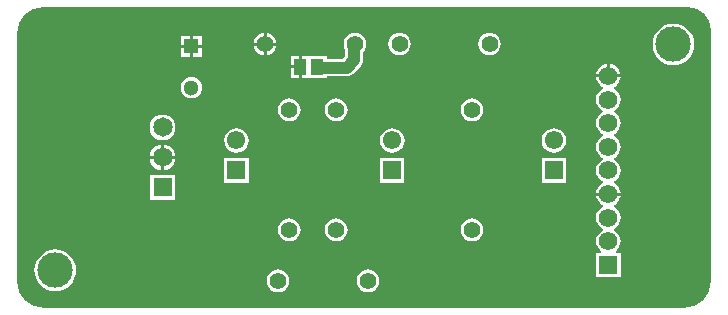
<source format=gtl>
G04*
G04 #@! TF.GenerationSoftware,Altium Limited,Altium Designer,20.0.10 (225)*
G04*
G04 Layer_Physical_Order=1*
G04 Layer_Color=255*
%FSLAX25Y25*%
%MOIN*%
G70*
G01*
G75*
%ADD13C,0.01000*%
%ADD14C,0.01181*%
%ADD15R,0.04331X0.05315*%
%ADD18R,0.05118X0.05118*%
%ADD19C,0.05118*%
%ADD27C,0.03937*%
%ADD28C,0.05512*%
%ADD29C,0.06496*%
%ADD30R,0.06496X0.06496*%
%ADD31R,0.06102X0.06102*%
%ADD32C,0.06102*%
%ADD33C,0.06181*%
%ADD34R,0.06181X0.06181*%
%ADD35C,0.11811*%
G36*
X489506Y499733D02*
X490770Y499210D01*
X491907Y498450D01*
X492874Y497483D01*
X493634Y496346D01*
X494158Y495082D01*
X494424Y493741D01*
Y493057D01*
X494402Y493045D01*
X494400Y492100D01*
Y409003D01*
X494374Y409000D01*
X494374Y409000D01*
Y408224D01*
X494071Y406703D01*
X493478Y405270D01*
X492616Y403981D01*
X491519Y402884D01*
X490230Y402022D01*
X488797Y401429D01*
X487276Y401126D01*
X486500D01*
Y401126D01*
X486474Y401100D01*
X272374Y401126D01*
X271599D01*
X270077Y401429D01*
X268644Y402022D01*
X267355Y402884D01*
X266258Y403981D01*
X265396Y405270D01*
X264803Y406703D01*
X264500Y408224D01*
Y409000D01*
Y492097D01*
X264526Y492100D01*
X264526Y492100D01*
Y492875D01*
X264829Y494397D01*
X265422Y495830D01*
X266284Y497119D01*
X267381Y498216D01*
X268670Y499078D01*
X270103Y499671D01*
X271624Y499974D01*
X272400D01*
X272500Y500000D01*
X488165D01*
X489506Y499733D01*
D02*
G37*
%LPC*%
G36*
X347000Y492023D02*
Y488800D01*
X350222D01*
X350159Y489281D01*
X349781Y490194D01*
X349179Y490979D01*
X348394Y491581D01*
X347481Y491959D01*
X347000Y492023D01*
D02*
G37*
G36*
X346000D02*
X345519Y491959D01*
X344606Y491581D01*
X343821Y490979D01*
X343219Y490194D01*
X342841Y489281D01*
X342777Y488800D01*
X346000D01*
Y492023D01*
D02*
G37*
G36*
X325459Y491159D02*
X322400D01*
Y488100D01*
X325459D01*
Y491159D01*
D02*
G37*
G36*
X321400D02*
X318341D01*
Y488100D01*
X321400D01*
Y491159D01*
D02*
G37*
G36*
X350222Y487800D02*
X347000D01*
Y484578D01*
X347481Y484641D01*
X348394Y485019D01*
X349179Y485621D01*
X349781Y486406D01*
X350159Y487320D01*
X350222Y487800D01*
D02*
G37*
G36*
X346000D02*
X342777D01*
X342841Y487320D01*
X343219Y486406D01*
X343821Y485621D01*
X344606Y485019D01*
X345519Y484641D01*
X346000Y484578D01*
Y487800D01*
D02*
G37*
G36*
X421300Y492088D02*
X420320Y491959D01*
X419406Y491581D01*
X418621Y490979D01*
X418019Y490194D01*
X417641Y489281D01*
X417512Y488300D01*
X417641Y487320D01*
X418019Y486406D01*
X418621Y485621D01*
X419406Y485019D01*
X420320Y484641D01*
X421300Y484512D01*
X422281Y484641D01*
X423194Y485019D01*
X423979Y485621D01*
X424581Y486406D01*
X424959Y487320D01*
X425088Y488300D01*
X424959Y489281D01*
X424581Y490194D01*
X423979Y490979D01*
X423194Y491581D01*
X422281Y491959D01*
X421300Y492088D01*
D02*
G37*
G36*
X391300D02*
X390319Y491959D01*
X389406Y491581D01*
X388621Y490979D01*
X388019Y490194D01*
X387641Y489281D01*
X387512Y488300D01*
X387641Y487320D01*
X388019Y486406D01*
X388621Y485621D01*
X389406Y485019D01*
X390319Y484641D01*
X391300Y484512D01*
X392281Y484641D01*
X393194Y485019D01*
X393979Y485621D01*
X394581Y486406D01*
X394959Y487320D01*
X395088Y488300D01*
X394959Y489281D01*
X394581Y490194D01*
X393979Y490979D01*
X393194Y491581D01*
X392281Y491959D01*
X391300Y492088D01*
D02*
G37*
G36*
X325459Y487100D02*
X322400D01*
Y484041D01*
X325459D01*
Y487100D01*
D02*
G37*
G36*
X321400D02*
X318341D01*
Y484041D01*
X321400D01*
Y487100D01*
D02*
G37*
G36*
X376500Y492088D02*
X375519Y491959D01*
X374606Y491581D01*
X373821Y490979D01*
X373219Y490194D01*
X372841Y489281D01*
X372712Y488300D01*
X372841Y487320D01*
X373205Y486441D01*
Y484245D01*
X372453Y483494D01*
X367020D01*
Y484457D01*
X358646D01*
Y480800D01*
Y477142D01*
X367020D01*
Y477506D01*
X373694D01*
X374469Y477608D01*
X375191Y477907D01*
X375811Y478383D01*
X378316Y480888D01*
X378792Y481508D01*
X379091Y482230D01*
X379193Y483005D01*
Y485640D01*
X379781Y486406D01*
X380159Y487320D01*
X380288Y488300D01*
X380159Y489281D01*
X379781Y490194D01*
X379179Y490979D01*
X378394Y491581D01*
X377481Y491959D01*
X376500Y492088D01*
D02*
G37*
G36*
X357646Y484457D02*
X354980D01*
Y481300D01*
X357646D01*
Y484457D01*
D02*
G37*
G36*
X482590Y495128D02*
X481237Y494995D01*
X479935Y494600D01*
X478735Y493959D01*
X477684Y493095D01*
X476821Y492044D01*
X476180Y490844D01*
X475785Y489543D01*
X475652Y488189D01*
X475785Y486835D01*
X476180Y485534D01*
X476821Y484334D01*
X477684Y483282D01*
X478735Y482419D01*
X479935Y481778D01*
X481237Y481383D01*
X482590Y481250D01*
X483944Y481383D01*
X485246Y481778D01*
X486446Y482419D01*
X487497Y483282D01*
X488360Y484334D01*
X489001Y485534D01*
X489396Y486835D01*
X489530Y488189D01*
X489396Y489543D01*
X489001Y490844D01*
X488360Y492044D01*
X487497Y493095D01*
X486446Y493959D01*
X485246Y494600D01*
X483944Y494995D01*
X482590Y495128D01*
D02*
G37*
G36*
X461437Y481756D02*
Y478196D01*
X464997D01*
X464922Y478764D01*
X464510Y479759D01*
X463854Y480614D01*
X463000Y481269D01*
X462005Y481681D01*
X461437Y481756D01*
D02*
G37*
G36*
X460437D02*
X459869Y481681D01*
X458874Y481269D01*
X458020Y480614D01*
X457364Y479759D01*
X456952Y478764D01*
X456877Y478196D01*
X460437D01*
Y481756D01*
D02*
G37*
G36*
X357646Y480300D02*
X354980D01*
Y477142D01*
X357646D01*
Y480300D01*
D02*
G37*
G36*
X321900Y477410D02*
X320971Y477288D01*
X320105Y476929D01*
X319362Y476359D01*
X318791Y475615D01*
X318433Y474750D01*
X318310Y473820D01*
X318433Y472891D01*
X318791Y472026D01*
X319362Y471282D01*
X320105Y470712D01*
X320971Y470353D01*
X321900Y470231D01*
X322829Y470353D01*
X323695Y470712D01*
X324438Y471282D01*
X325009Y472026D01*
X325367Y472891D01*
X325490Y473820D01*
X325367Y474750D01*
X325009Y475615D01*
X324438Y476359D01*
X323695Y476929D01*
X322829Y477288D01*
X321900Y477410D01*
D02*
G37*
G36*
X415500Y470188D02*
X414520Y470059D01*
X413606Y469681D01*
X412821Y469079D01*
X412219Y468294D01*
X411841Y467381D01*
X411712Y466400D01*
X411841Y465419D01*
X412219Y464506D01*
X412821Y463721D01*
X413606Y463119D01*
X414520Y462741D01*
X415500Y462612D01*
X416480Y462741D01*
X417394Y463119D01*
X418179Y463721D01*
X418781Y464506D01*
X419159Y465419D01*
X419288Y466400D01*
X419159Y467381D01*
X418781Y468294D01*
X418179Y469079D01*
X417394Y469681D01*
X416480Y470059D01*
X415500Y470188D01*
D02*
G37*
G36*
X370200D02*
X369219Y470059D01*
X368306Y469681D01*
X367521Y469079D01*
X366919Y468294D01*
X366541Y467381D01*
X366412Y466400D01*
X366541Y465419D01*
X366919Y464506D01*
X367521Y463721D01*
X368306Y463119D01*
X369219Y462741D01*
X370200Y462612D01*
X371181Y462741D01*
X372094Y463119D01*
X372879Y463721D01*
X373481Y464506D01*
X373859Y465419D01*
X373988Y466400D01*
X373859Y467381D01*
X373481Y468294D01*
X372879Y469079D01*
X372094Y469681D01*
X371181Y470059D01*
X370200Y470188D01*
D02*
G37*
G36*
X354600D02*
X353620Y470059D01*
X352706Y469681D01*
X351921Y469079D01*
X351319Y468294D01*
X350941Y467381D01*
X350812Y466400D01*
X350941Y465419D01*
X351319Y464506D01*
X351921Y463721D01*
X352706Y463119D01*
X353620Y462741D01*
X354600Y462612D01*
X355580Y462741D01*
X356494Y463119D01*
X357279Y463721D01*
X357881Y464506D01*
X358259Y465419D01*
X358388Y466400D01*
X358259Y467381D01*
X357881Y468294D01*
X357279Y469079D01*
X356494Y469681D01*
X355580Y470059D01*
X354600Y470188D01*
D02*
G37*
G36*
X312300Y464832D02*
X311191Y464686D01*
X310158Y464258D01*
X309270Y463577D01*
X308589Y462690D01*
X308161Y461656D01*
X308015Y460547D01*
X308161Y459438D01*
X308589Y458405D01*
X309270Y457517D01*
X310158Y456837D01*
X311191Y456409D01*
X312300Y456263D01*
X313409Y456409D01*
X314442Y456837D01*
X315330Y457517D01*
X316011Y458405D01*
X316439Y459438D01*
X316585Y460547D01*
X316439Y461656D01*
X316011Y462690D01*
X315330Y463577D01*
X314442Y464258D01*
X313409Y464686D01*
X312300Y464832D01*
D02*
G37*
G36*
X442746Y460267D02*
X441689Y460128D01*
X440703Y459720D01*
X439857Y459070D01*
X439208Y458224D01*
X438799Y457239D01*
X438660Y456181D01*
X438799Y455124D01*
X439208Y454138D01*
X439857Y453292D01*
X440703Y452642D01*
X441689Y452234D01*
X442746Y452095D01*
X443804Y452234D01*
X444790Y452642D01*
X445636Y453292D01*
X446285Y454138D01*
X446693Y455124D01*
X446833Y456181D01*
X446693Y457239D01*
X446285Y458224D01*
X445636Y459070D01*
X444790Y459720D01*
X443804Y460128D01*
X442746Y460267D01*
D02*
G37*
G36*
X388888D02*
X387831Y460128D01*
X386845Y459720D01*
X385999Y459070D01*
X385349Y458224D01*
X384941Y457239D01*
X384802Y456181D01*
X384941Y455124D01*
X385349Y454138D01*
X385999Y453292D01*
X386845Y452642D01*
X387831Y452234D01*
X388888Y452095D01*
X389946Y452234D01*
X390931Y452642D01*
X391777Y453292D01*
X392427Y454138D01*
X392835Y455124D01*
X392974Y456181D01*
X392835Y457239D01*
X392427Y458224D01*
X391777Y459070D01*
X390931Y459720D01*
X389946Y460128D01*
X388888Y460267D01*
D02*
G37*
G36*
X336920D02*
X335862Y460128D01*
X334877Y459720D01*
X334030Y459070D01*
X333381Y458224D01*
X332973Y457239D01*
X332834Y456181D01*
X332973Y455124D01*
X333381Y454138D01*
X334030Y453292D01*
X334877Y452642D01*
X335862Y452234D01*
X336920Y452095D01*
X337977Y452234D01*
X338963Y452642D01*
X339809Y453292D01*
X340458Y454138D01*
X340867Y455124D01*
X341006Y456181D01*
X340867Y457239D01*
X340458Y458224D01*
X339809Y459070D01*
X338963Y459720D01*
X337977Y460128D01*
X336920Y460267D01*
D02*
G37*
G36*
X312800Y454766D02*
Y451047D01*
X316519D01*
X316439Y451656D01*
X316011Y452690D01*
X315330Y453577D01*
X314442Y454258D01*
X313409Y454686D01*
X312800Y454766D01*
D02*
G37*
G36*
X311800D02*
X311191Y454686D01*
X310158Y454258D01*
X309270Y453577D01*
X308589Y452690D01*
X308161Y451656D01*
X308081Y451047D01*
X311800D01*
Y454766D01*
D02*
G37*
G36*
X316519Y450047D02*
X312800D01*
Y446328D01*
X313409Y446409D01*
X314442Y446837D01*
X315330Y447517D01*
X316011Y448405D01*
X316439Y449438D01*
X316519Y450047D01*
D02*
G37*
G36*
X311800D02*
X308081D01*
X308161Y449438D01*
X308589Y448405D01*
X309270Y447517D01*
X310158Y446837D01*
X311191Y446409D01*
X311800Y446328D01*
Y450047D01*
D02*
G37*
G36*
X446798Y450232D02*
X438695D01*
Y442130D01*
X446798D01*
Y450232D01*
D02*
G37*
G36*
X392939D02*
X384837D01*
Y442130D01*
X392939D01*
Y450232D01*
D02*
G37*
G36*
X340971D02*
X332869D01*
Y442130D01*
X340971D01*
Y450232D01*
D02*
G37*
G36*
X464997Y477196D02*
X456877D01*
X456952Y476628D01*
X457364Y475633D01*
X458020Y474779D01*
X458874Y474123D01*
X459149Y474009D01*
Y473509D01*
X458874Y473395D01*
X458020Y472740D01*
X457364Y471885D01*
X456952Y470890D01*
X456811Y469822D01*
X456952Y468754D01*
X457364Y467759D01*
X458020Y466905D01*
X458874Y466249D01*
X459149Y466135D01*
Y465635D01*
X458874Y465521D01*
X458020Y464865D01*
X457364Y464011D01*
X456952Y463016D01*
X456811Y461948D01*
X456952Y460880D01*
X457364Y459885D01*
X458020Y459031D01*
X458874Y458375D01*
X459149Y458261D01*
Y457761D01*
X458874Y457647D01*
X458020Y456991D01*
X457364Y456137D01*
X456952Y455142D01*
X456811Y454074D01*
X456952Y453006D01*
X457364Y452011D01*
X458020Y451157D01*
X458874Y450501D01*
X459149Y450387D01*
Y449887D01*
X458874Y449773D01*
X458020Y449117D01*
X457364Y448263D01*
X456952Y447268D01*
X456811Y446200D01*
X456952Y445132D01*
X457364Y444137D01*
X458020Y443283D01*
X458874Y442627D01*
X459149Y442513D01*
Y442013D01*
X458874Y441899D01*
X458020Y441243D01*
X457364Y440389D01*
X456952Y439394D01*
X456877Y438826D01*
X464997D01*
X464922Y439394D01*
X464510Y440389D01*
X463854Y441243D01*
X463000Y441899D01*
X462725Y442013D01*
Y442513D01*
X463000Y442627D01*
X463854Y443283D01*
X464510Y444137D01*
X464922Y445132D01*
X465063Y446200D01*
X464922Y447268D01*
X464510Y448263D01*
X463854Y449117D01*
X463000Y449773D01*
X462725Y449887D01*
Y450387D01*
X463000Y450501D01*
X463854Y451157D01*
X464510Y452011D01*
X464922Y453006D01*
X465063Y454074D01*
X464922Y455142D01*
X464510Y456137D01*
X463854Y456991D01*
X463000Y457647D01*
X462725Y457761D01*
Y458261D01*
X463000Y458375D01*
X463854Y459031D01*
X464510Y459885D01*
X464922Y460880D01*
X465063Y461948D01*
X464922Y463016D01*
X464510Y464011D01*
X463854Y464865D01*
X463000Y465521D01*
X462725Y465635D01*
Y466135D01*
X463000Y466249D01*
X463854Y466905D01*
X464510Y467759D01*
X464922Y468754D01*
X465063Y469822D01*
X464922Y470890D01*
X464510Y471885D01*
X463854Y472740D01*
X463000Y473395D01*
X462725Y473509D01*
Y474009D01*
X463000Y474123D01*
X463854Y474779D01*
X464510Y475633D01*
X464922Y476628D01*
X464997Y477196D01*
D02*
G37*
G36*
X316548Y444795D02*
X308052D01*
Y436299D01*
X316548D01*
Y444795D01*
D02*
G37*
G36*
X415500Y430188D02*
X414520Y430059D01*
X413606Y429681D01*
X412821Y429079D01*
X412219Y428294D01*
X411841Y427381D01*
X411712Y426400D01*
X411841Y425420D01*
X412219Y424506D01*
X412821Y423721D01*
X413606Y423119D01*
X414520Y422741D01*
X415500Y422612D01*
X416480Y422741D01*
X417394Y423119D01*
X418179Y423721D01*
X418781Y424506D01*
X419159Y425420D01*
X419288Y426400D01*
X419159Y427381D01*
X418781Y428294D01*
X418179Y429079D01*
X417394Y429681D01*
X416480Y430059D01*
X415500Y430188D01*
D02*
G37*
G36*
X370200D02*
X369219Y430059D01*
X368306Y429681D01*
X367521Y429079D01*
X366919Y428294D01*
X366541Y427381D01*
X366412Y426400D01*
X366541Y425420D01*
X366919Y424506D01*
X367521Y423721D01*
X368306Y423119D01*
X369219Y422741D01*
X370200Y422612D01*
X371181Y422741D01*
X372094Y423119D01*
X372879Y423721D01*
X373481Y424506D01*
X373859Y425420D01*
X373988Y426400D01*
X373859Y427381D01*
X373481Y428294D01*
X372879Y429079D01*
X372094Y429681D01*
X371181Y430059D01*
X370200Y430188D01*
D02*
G37*
G36*
X354600D02*
X353620Y430059D01*
X352706Y429681D01*
X351921Y429079D01*
X351319Y428294D01*
X350941Y427381D01*
X350812Y426400D01*
X350941Y425420D01*
X351319Y424506D01*
X351921Y423721D01*
X352706Y423119D01*
X353620Y422741D01*
X354600Y422612D01*
X355580Y422741D01*
X356494Y423119D01*
X357279Y423721D01*
X357881Y424506D01*
X358259Y425420D01*
X358388Y426400D01*
X358259Y427381D01*
X357881Y428294D01*
X357279Y429079D01*
X356494Y429681D01*
X355580Y430059D01*
X354600Y430188D01*
D02*
G37*
G36*
X464997Y437826D02*
X456877D01*
X456952Y437258D01*
X457364Y436263D01*
X458020Y435409D01*
X458874Y434753D01*
X459149Y434639D01*
Y434139D01*
X458874Y434025D01*
X458020Y433369D01*
X457364Y432515D01*
X456952Y431520D01*
X456811Y430452D01*
X456952Y429384D01*
X457364Y428389D01*
X458020Y427534D01*
X458874Y426879D01*
X459149Y426765D01*
Y426265D01*
X458874Y426151D01*
X458020Y425495D01*
X457364Y424641D01*
X456952Y423646D01*
X456811Y422578D01*
X456952Y421510D01*
X457364Y420515D01*
X458020Y419661D01*
X458497Y419295D01*
X458327Y418794D01*
X456847D01*
Y410613D01*
X465028D01*
Y418794D01*
X463547D01*
X463377Y419295D01*
X463854Y419661D01*
X464510Y420515D01*
X464922Y421510D01*
X465063Y422578D01*
X464922Y423646D01*
X464510Y424641D01*
X463854Y425495D01*
X463000Y426151D01*
X462725Y426265D01*
Y426765D01*
X463000Y426879D01*
X463854Y427534D01*
X464510Y428389D01*
X464922Y429384D01*
X465063Y430452D01*
X464922Y431520D01*
X464510Y432515D01*
X463854Y433369D01*
X463000Y434025D01*
X462725Y434139D01*
Y434639D01*
X463000Y434753D01*
X463854Y435409D01*
X464510Y436263D01*
X464922Y437258D01*
X464997Y437826D01*
D02*
G37*
G36*
X276538Y419848D02*
X275184Y419715D01*
X273882Y419320D01*
X272683Y418679D01*
X271631Y417816D01*
X270768Y416764D01*
X270127Y415565D01*
X269732Y414263D01*
X269599Y412910D01*
X269732Y411556D01*
X270127Y410254D01*
X270768Y409054D01*
X271631Y408003D01*
X272683Y407140D01*
X273882Y406499D01*
X275184Y406104D01*
X276538Y405970D01*
X277891Y406104D01*
X279193Y406499D01*
X280393Y407140D01*
X281444Y408003D01*
X282307Y409054D01*
X282948Y410254D01*
X283343Y411556D01*
X283477Y412910D01*
X283343Y414263D01*
X282948Y415565D01*
X282307Y416764D01*
X281444Y417816D01*
X280393Y418679D01*
X279193Y419320D01*
X277891Y419715D01*
X276538Y419848D01*
D02*
G37*
G36*
X380800Y413188D02*
X379819Y413059D01*
X378906Y412681D01*
X378121Y412079D01*
X377519Y411294D01*
X377141Y410381D01*
X377012Y409400D01*
X377141Y408420D01*
X377519Y407506D01*
X378121Y406721D01*
X378906Y406119D01*
X379819Y405741D01*
X380800Y405612D01*
X381781Y405741D01*
X382694Y406119D01*
X383479Y406721D01*
X384081Y407506D01*
X384459Y408420D01*
X384588Y409400D01*
X384459Y410381D01*
X384081Y411294D01*
X383479Y412079D01*
X382694Y412681D01*
X381781Y413059D01*
X380800Y413188D01*
D02*
G37*
G36*
X350800D02*
X349819Y413059D01*
X348906Y412681D01*
X348121Y412079D01*
X347519Y411294D01*
X347141Y410381D01*
X347012Y409400D01*
X347141Y408420D01*
X347519Y407506D01*
X348121Y406721D01*
X348906Y406119D01*
X349819Y405741D01*
X350800Y405612D01*
X351781Y405741D01*
X352694Y406119D01*
X353479Y406721D01*
X354081Y407506D01*
X354459Y408420D01*
X354588Y409400D01*
X354459Y410381D01*
X354081Y411294D01*
X353479Y412079D01*
X352694Y412681D01*
X351781Y413059D01*
X350800Y413188D01*
D02*
G37*
%LPD*%
D13*
X391300Y488300D02*
X391500Y488500D01*
D14*
X486500Y401126D02*
G03*
X494374Y409000I0J7874D01*
G01*
X494424Y493057D02*
G03*
X487481Y500000I-6943J0D01*
G01*
X272400Y499974D02*
G03*
X264526Y492100I0J-7874D01*
G01*
X264500Y409000D02*
G03*
X272374Y401126I7874J0D01*
G01*
X486500Y401100D01*
Y401126D01*
X494374Y409000D02*
X494400Y408900D01*
Y492100D01*
X494402Y493045D01*
X494424Y493057D01*
X272500Y500000D02*
X487481D01*
X272400Y499974D02*
X272500Y500000D01*
X264500Y492200D02*
X264526Y492100D01*
X264500Y409000D02*
Y492200D01*
D15*
X358146Y480800D02*
D03*
X363854D02*
D03*
D18*
X321900Y487600D02*
D03*
D19*
Y473820D02*
D03*
D27*
X376199Y488199D02*
X376500Y488500D01*
X364051Y480500D02*
X373694D01*
X376199Y483005D02*
Y488199D01*
X373694Y480500D02*
X376199Y483005D01*
X363854Y480697D02*
Y480800D01*
Y480697D02*
X364051Y480500D01*
D28*
X346500Y488300D02*
D03*
X376500D02*
D03*
X415500Y466400D02*
D03*
Y426400D02*
D03*
X391300Y488300D02*
D03*
X421300D02*
D03*
X350800Y409400D02*
D03*
X380800D02*
D03*
X354600Y466400D02*
D03*
Y426400D02*
D03*
X370200Y466400D02*
D03*
Y426400D02*
D03*
D29*
X312300Y460547D02*
D03*
Y450547D02*
D03*
D30*
Y440547D02*
D03*
D31*
X336920Y446181D02*
D03*
X388888D02*
D03*
X442746D02*
D03*
D32*
X336920Y456181D02*
D03*
X388888D02*
D03*
X442746D02*
D03*
D33*
X460937Y477696D02*
D03*
Y469822D02*
D03*
Y461948D02*
D03*
Y454074D02*
D03*
Y446200D02*
D03*
Y438326D02*
D03*
Y430452D02*
D03*
Y422578D02*
D03*
D34*
Y414704D02*
D03*
D35*
X482590Y488189D02*
D03*
X276538Y412910D02*
D03*
M02*

</source>
